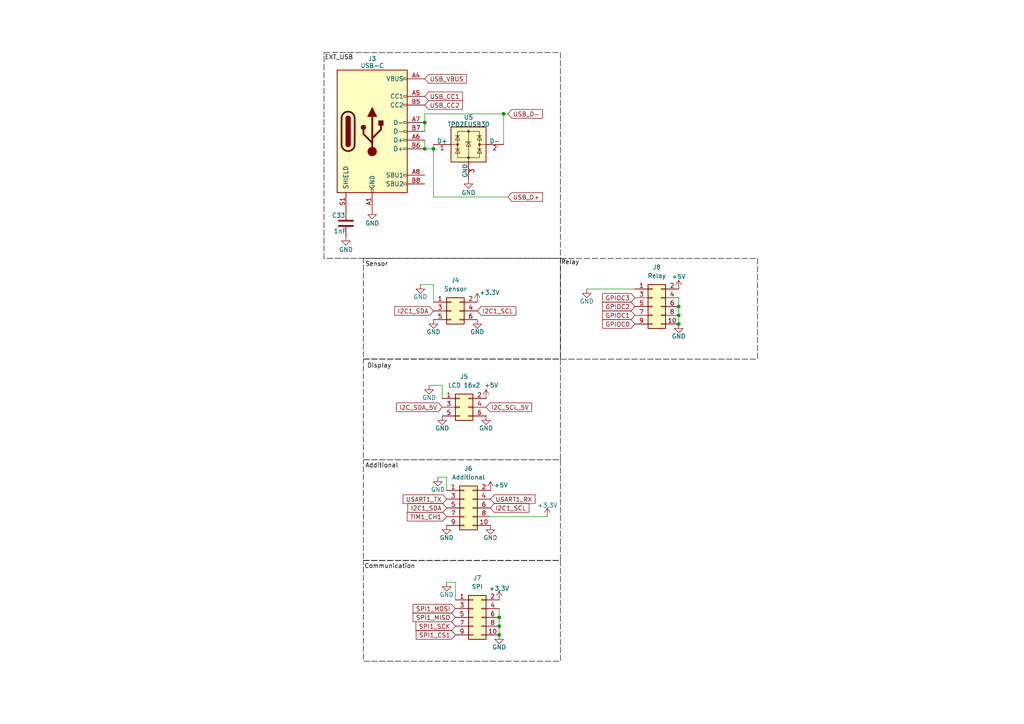
<source format=kicad_sch>
(kicad_sch (version 20250114) (generator "eeschema") (generator_version "9.0")
  (paper "A4")
  (title_block (title "IoT Logger A - Connectors") (date "2026-01-24") (rev "1.0") (company "Piotr Kłyś"))
  (lib_symbols
    (symbol "Connector:USB_C_Receptacle_USB2.0_16P" (pin_names (offset 1.016))
      (property "Reference" "J" (at 0 22.225 0))
      (property "Value" "USB_C_Receptacle_USB2.0_16P" (at 0 19.685 0))
      (symbol "USB_C_Receptacle_USB2.0_16P_0_0"
        (rectangle (start -0.254 -17.78) (end 0.254 -16.764))
        (rectangle (start 10.16 15.494) (end 9.144 14.986))
        (rectangle (start 10.16 10.414) (end 9.144 9.906))
        (rectangle (start 10.16 7.874) (end 9.144 7.366))
        (rectangle (start 10.16 2.794) (end 9.144 2.286))
        (rectangle (start 10.16 0.254) (end 9.144 -0.254))
        (rectangle (start 10.16 -2.286) (end 9.144 -2.794))
        (rectangle (start 10.16 -4.826) (end 9.144 -5.334))
        (rectangle (start 10.16 -12.446) (end 9.144 -12.954))
        (rectangle (start 10.16 -14.986) (end 9.144 -15.494))
      )
      (symbol "USB_C_Receptacle_USB2.0_16P_0_1"
        (rectangle (start -10.16 17.78) (end 10.16 -17.78) (stroke (width 0.254)) (fill (type background)))
        (polyline (pts (xy -8.89 -3.81) (xy -8.89 3.81)) (stroke (width 0.508)))
        (rectangle (start -7.62 -3.81) (end -6.35 3.81) (stroke (width 0.254)) (fill (type outline)))
        (arc (start -7.62 3.81) (mid -6.985 4.4423) (end -6.35 3.81) (stroke (width 0.254)))
        (arc (start -7.62 3.81) (mid -6.985 4.4423) (end -6.35 3.81) (stroke (width 0.254)) (fill (type outline)))
        (arc (start -8.89 3.81) (mid -6.985 5.7067) (end -5.08 3.81) (stroke (width 0.508)))
        (arc (start -5.08 -3.81) (mid -6.985 -5.7067) (end -8.89 -3.81) (stroke (width 0.508)))
        (arc (start -6.35 -3.81) (mid -6.985 -4.4423) (end -7.62 -3.81) (stroke (width 0.254)))
        (arc (start -6.35 -3.81) (mid -6.985 -4.4423) (end -7.62 -3.81) (stroke (width 0.254)) (fill (type outline)))
        (polyline (pts (xy -5.08 3.81) (xy -5.08 -3.81)) (stroke (width 0.508)))
        (circle (center -2.54 1.143) (radius 0.635) (stroke (width 0.254)) (fill (type outline)))
        (polyline (pts (xy -1.27 4.318) (xy 0 6.858) (xy 1.27 4.318) (xy -1.27 4.318)) (stroke (width 0.254)) (fill (type outline)))
        (polyline (pts (xy 0 -2.032) (xy 2.54 0.508) (xy 2.54 1.778)) (stroke (width 0.508)))
        (polyline (pts (xy 0 -3.302) (xy -2.54 -0.762) (xy -2.54 0.508)) (stroke (width 0.508)))
        (polyline (pts (xy 0 -5.842) (xy 0 4.318)) (stroke (width 0.508)))
        (circle (center 0 -5.842) (radius 1.27) (fill (type outline)))
        (rectangle (start 1.905 1.778) (end 3.175 3.048) (stroke (width 0.254)) (fill (type outline)))
      )
      (symbol "USB_C_Receptacle_USB2.0_16P_1_1"
        (pin passive line (at -7.62 -22.86 90) (length 5.08) (name "SHIELD") (number "S1"))
        (pin passive line (at 0 -22.86 90) (length 5.08) (name "GND") (number "A1"))
        (pin passive line (at 0 -22.86 90) (length 5.08) (hide yes) (name "GND") (number "A12"))
        (pin passive line (at 0 -22.86 90) (length 5.08) (hide yes) (name "GND") (number "B1"))
        (pin passive line (at 0 -22.86 90) (length 5.08) (hide yes) (name "GND") (number "B12"))
        (pin passive line (at 15.24 15.24 180) (length 5.08) (name "VBUS") (number "A4"))
        (pin passive line (at 15.24 15.24 180) (length 5.08) (hide yes) (name "VBUS") (number "A9"))
        (pin passive line (at 15.24 15.24 180) (length 5.08) (hide yes) (name "VBUS") (number "B4"))
        (pin passive line (at 15.24 15.24 180) (length 5.08) (hide yes) (name "VBUS") (number "B9"))
        (pin bidirectional line (at 15.24 10.16 180) (length 5.08) (name "CC1") (number "A5"))
        (pin bidirectional line (at 15.24 7.62 180) (length 5.08) (name "CC2") (number "B5"))
        (pin bidirectional line (at 15.24 2.54 180) (length 5.08) (name "D-") (number "A7"))
        (pin bidirectional line (at 15.24 0 180) (length 5.08) (name "D-") (number "B7"))
        (pin bidirectional line (at 15.24 -2.54 180) (length 5.08) (name "D+") (number "A6"))
        (pin bidirectional line (at 15.24 -5.08 180) (length 5.08) (name "D+") (number "B6"))
        (pin bidirectional line (at 15.24 -12.7 180) (length 5.08) (name "SBU1") (number "A8"))
        (pin bidirectional line (at 15.24 -15.24 180) (length 5.08) (name "SBU2") (number "B8"))
      )
    )
    (symbol "Connector_Generic:Conn_02x03_Odd_Even" (pin_names (offset 1.016) (hide yes))
      (property "Reference" "J" (at 1.27 5.08 0))
      (property "Value" "Conn_02x03_Odd_Even" (at 1.27 -5.08 0))
      (symbol "Conn_02x03_Odd_Even_1_1"
        (rectangle (start -1.27 3.81) (end 3.81 -3.81) (stroke (width 0.254)) (fill (type background)))
        (rectangle (start -1.27 2.667) (end 0 2.413) (stroke (width 0.1524)))
        (rectangle (start -1.27 0.127) (end 0 -0.127) (stroke (width 0.1524)))
        (rectangle (start -1.27 -2.413) (end 0 -2.667) (stroke (width 0.1524)))
        (rectangle (start 3.81 2.667) (end 2.54 2.413) (stroke (width 0.1524)))
        (rectangle (start 3.81 0.127) (end 2.54 -0.127) (stroke (width 0.1524)))
        (rectangle (start 3.81 -2.413) (end 2.54 -2.667) (stroke (width 0.1524)))
        (pin passive line (at -5.08 2.54 0) (length 3.81) (name "Pin_1") (number "1"))
        (pin passive line (at -5.08 0 0) (length 3.81) (name "Pin_3") (number "3"))
        (pin passive line (at -5.08 -2.54 0) (length 3.81) (name "Pin_5") (number "5"))
        (pin passive line (at 7.62 2.54 180) (length 3.81) (name "Pin_2") (number "2"))
        (pin passive line (at 7.62 0 180) (length 3.81) (name "Pin_4") (number "4"))
        (pin passive line (at 7.62 -2.54 180) (length 3.81) (name "Pin_6") (number "6"))
      )
    )
    (symbol "Connector_Generic:Conn_02x05_Odd_Even" (pin_names (offset 1.016) (hide yes))
      (property "Reference" "J" (at 1.27 7.62 0))
      (property "Value" "Conn_02x05_Odd_Even" (at 1.27 -7.62 0))
      (symbol "Conn_02x05_Odd_Even_1_1"
        (rectangle (start -1.27 6.35) (end 3.81 -6.35) (stroke (width 0.254)) (fill (type background)))
        (rectangle (start -1.27 5.207) (end 0 4.953) (stroke (width 0.1524)))
        (rectangle (start -1.27 2.667) (end 0 2.413) (stroke (width 0.1524)))
        (rectangle (start -1.27 0.127) (end 0 -0.127) (stroke (width 0.1524)))
        (rectangle (start -1.27 -2.413) (end 0 -2.667) (stroke (width 0.1524)))
        (rectangle (start -1.27 -4.953) (end 0 -5.207) (stroke (width 0.1524)))
        (rectangle (start 3.81 5.207) (end 2.54 4.953) (stroke (width 0.1524)))
        (rectangle (start 3.81 2.667) (end 2.54 2.413) (stroke (width 0.1524)))
        (rectangle (start 3.81 0.127) (end 2.54 -0.127) (stroke (width 0.1524)))
        (rectangle (start 3.81 -2.413) (end 2.54 -2.667) (stroke (width 0.1524)))
        (rectangle (start 3.81 -4.953) (end 2.54 -5.207) (stroke (width 0.1524)))
        (pin passive line (at -5.08 5.08 0) (length 3.81) (name "Pin_1") (number "1"))
        (pin passive line (at -5.08 2.54 0) (length 3.81) (name "Pin_3") (number "3"))
        (pin passive line (at -5.08 0 0) (length 3.81) (name "Pin_5") (number "5"))
        (pin passive line (at -5.08 -2.54 0) (length 3.81) (name "Pin_7") (number "7"))
        (pin passive line (at -5.08 -5.08 0) (length 3.81) (name "Pin_9") (number "9"))
        (pin passive line (at 7.62 5.08 180) (length 3.81) (name "Pin_2") (number "2"))
        (pin passive line (at 7.62 2.54 180) (length 3.81) (name "Pin_4") (number "4"))
        (pin passive line (at 7.62 0 180) (length 3.81) (name "Pin_6") (number "6"))
        (pin passive line (at 7.62 -2.54 180) (length 3.81) (name "Pin_8") (number "8"))
        (pin passive line (at 7.62 -5.08 180) (length 3.81) (name "Pin_10") (number "10"))
      )
    )
    (symbol "Device:C" (pin_numbers (hide yes)) (pin_names (offset 0.254))
      (property "Reference" "C" (at 0.635 2.54 0))
      (property "Value" "C" (at 0.635 -2.54 0))
      (symbol "C_0_1"
        (polyline (pts (xy -2.032 0.762) (xy 2.032 0.762)) (stroke (width 0.508)))
        (polyline (pts (xy -2.032 -0.762) (xy 2.032 -0.762)) (stroke (width 0.508)))
      )
      (symbol "C_1_1"
        (pin passive line (at 0 3.81 270) (length 2.794) (name "~") (number "1"))
        (pin passive line (at 0 -3.81 90) (length 2.794) (name "~") (number "2"))
      )
    )
    (symbol "Power_Protection:TPD2EUSB30" (pin_names (offset 0))
      (property "Reference" "U" (at 0 6.35 0))
      (property "Value" "TPD2EUSB30" (at 7.62 -7.62 0))
      (symbol "TPD2EUSB30_0_1"
        (rectangle (start -5.08 5.08) (end 5.08 -5.08) (stroke (width 0.254)) (fill (type background)))
        (polyline (pts (xy -5.08 0) (xy -3.175 0)))
        (polyline (pts (xy -3.81 2.54) (xy -2.54 2.54)))
        (polyline (pts (xy -3.81 -1.27) (xy -2.54 -1.27)))
        (rectangle (start -3.175 3.81) (end 3.175 -3.81))
        (circle (center -3.175 0) (radius 0.2794) (fill (type outline)))
        (polyline (pts (xy -2.54 1.27) (xy -3.81 1.27) (xy -3.175 2.54) (xy -2.54 1.27)))
        (polyline (pts (xy -2.54 -2.54) (xy -3.81 -2.54) (xy -3.175 -1.27) (xy -2.54 -2.54)))
        (circle (center 0 3.81) (radius 0.2794) (fill (type outline)))
        (polyline (pts (xy 0 3.81) (xy 0 -5.08)))
        (circle (center 0 -3.81) (radius 0.2794) (fill (type outline)))
        (polyline (pts (xy 0.635 -0.508) (xy -0.635 -0.508) (xy 0 0.762) (xy 0.635 -0.508)))
        (polyline (pts (xy 0.762 0.762) (xy -0.762 0.762) (xy -0.762 0.508)))
        (polyline (pts (xy 2.54 2.54) (xy 3.81 2.54)))
        (polyline (pts (xy 2.54 -1.27) (xy 3.81 -1.27)))
        (circle (center 3.175 0) (radius 0.2794) (fill (type outline)))
        (polyline (pts (xy 3.81 1.27) (xy 2.54 1.27) (xy 3.175 2.54) (xy 3.81 1.27)))
        (polyline (pts (xy 3.81 -2.54) (xy 2.54 -2.54) (xy 3.175 -1.27) (xy 3.81 -2.54)))
        (polyline (pts (xy 5.08 0) (xy 3.175 0)))
      )
      (symbol "TPD2EUSB30_1_1"
        (pin passive line (at -10.16 0 0) (length 5.08) (name "D+") (number "1"))
        (pin passive line (at 0 -10.16 90) (length 5.08) (name "GND") (number "3"))
        (pin passive line (at 10.16 0 180) (length 5.08) (name "D-") (number "2"))
      )
    )
    (symbol "power:+3.3V" (power) (pin_numbers (hide yes)) (pin_names (offset 0) (hide yes))
      (property "Value" "+3.3V" (at 0 3.556 0))
      (symbol "+3.3V_0_1"
        (polyline (pts (xy -0.762 1.27) (xy 0 2.54)))
        (polyline (pts (xy 0 2.54) (xy 0.762 1.27)))
        (polyline (pts (xy 0 0) (xy 0 2.54)))
      )
      (symbol "+3.3V_1_1"
        (pin power_in line (at 0 0 90) (length 0) (name "~") (number "1"))
      )
    )
    (symbol "power:+5V" (power) (pin_numbers (hide yes)) (pin_names (offset 0) (hide yes))
      (property "Value" "+5V" (at 0 3.556 0))
      (symbol "+5V_0_1"
        (polyline (pts (xy -0.762 1.27) (xy 0 2.54)))
        (polyline (pts (xy 0 2.54) (xy 0.762 1.27)))
        (polyline (pts (xy 0 0) (xy 0 2.54)))
      )
      (symbol "+5V_1_1"
        (pin power_in line (at 0 0 90) (length 0) (name "~") (number "1"))
      )
    )
    (symbol "power:GND" (power) (pin_numbers (hide yes)) (pin_names (offset 0) (hide yes))
      (property "Value" "GND" (at 0 -3.81 0))
      (symbol "GND_0_1"
        (polyline (pts (xy 0 0) (xy 0 -1.27) (xy 1.27 -1.27) (xy 0 -2.54) (xy -1.27 -1.27) (xy 0 -1.27)))
      )
      (symbol "GND_1_1"
        (pin power_in line (at 0 0 270) (length 0) (name "~") (number "1"))
      )
    )
  )
  (rectangle (start 105.41 133.35) (end 162.56 162.56) (stroke (width 0) (type dash) (color 0 0 0 1)))
  (rectangle (start 105.41 104.14) (end 162.56 133.35) (stroke (width 0) (type dash) (color 0 0 0 1)))
  (rectangle (start 162.5599 74.9536) (end 219.7099 104.1636) (stroke (width 0) (type dash) (color 0 0 0 1)))
  (rectangle (start 105.41 162.56) (end 162.56 191.77) (stroke (width 0) (type dash) (color 0 0 0 1)))
  (rectangle (start 93.98 15.24) (end 162.56 74.93) (stroke (width 0) (type dash) (color 0 0 0 1)))
  (rectangle (start 105.41 74.93) (end 162.56 104.14) (stroke (width 0) (type dash) (color 0 0 0 1)))
  (text "EXT_USB" (at 98.298 16.764 0) (effects (font (size 1.27 1.27))))
  (text "Additional" (at 110.744 135.128 0) (effects (font (size 1.27 1.27))))
  (text "Sensor " (at 109.728 76.708 0) (effects (font (size 1.27 1.27))))
  (text "Relay" (at 165.354 76.2 0) (effects (font (size 1.27 1.27))))
  (text "Display" (at 109.982 106.172 0) (effects (font (size 1.27 1.27))))
  (text "Communication" (at 113.03 164.338 0) (effects (font (size 1.27 1.27))))
  (junction (at 196.85 88.9))
  (junction (at 144.78 179.07))
  (junction (at 123.19 43.18))
  (junction (at 144.78 184.15))
  (junction (at 196.85 93.98))
  (junction (at 125.73 43.18))
  (junction (at 146.05 33.02))
  (junction (at 196.85 91.44))
  (junction (at 144.78 181.61))
  (junction (at 123.19 35.56))
  (wire (pts (xy 129.54 138.43) (xy 127 138.43)))
  (wire (pts (xy 125.73 82.55) (xy 121.92 82.55)))
  (wire (pts (xy 146.05 33.02) (xy 123.19 33.02)))
  (wire (pts (xy 147.32 33.02) (xy 146.05 33.02)))
  (wire (pts (xy 146.05 33.02) (xy 146.05 41.91)))
  (wire (pts (xy 128.27 111.76) (xy 124.46 111.76)))
  (wire (pts (xy 196.85 86.36) (xy 196.85 88.9)))
  (wire (pts (xy 128.27 115.57) (xy 128.27 111.76)))
  (wire (pts (xy 170.18 83.82) (xy 184.15 83.82)))
  (wire (pts (xy 196.85 88.9) (xy 196.85 91.44)))
  (wire (pts (xy 132.08 168.91) (xy 132.08 173.99)))
  (wire (pts (xy 144.78 179.07) (xy 144.78 181.61)))
  (wire (pts (xy 142.24 149.86) (xy 158.75 149.86)))
  (wire (pts (xy 123.19 33.02) (xy 123.19 35.56)))
  (wire (pts (xy 125.73 43.18) (xy 125.73 57.15)))
  (wire (pts (xy 147.32 57.15) (xy 125.73 57.15)))
  (wire (pts (xy 129.54 142.24) (xy 129.54 138.43)))
  (wire (pts (xy 123.19 40.64) (xy 123.19 43.18)))
  (wire (pts (xy 123.19 35.56) (xy 123.19 38.1)))
  (wire (pts (xy 144.78 176.53) (xy 144.78 179.07)))
  (wire (pts (xy 125.73 43.18) (xy 123.19 43.18)))
  (wire (pts (xy 196.85 91.44) (xy 196.85 93.98)))
  (wire (pts (xy 129.54 168.91) (xy 132.08 168.91)))
  (wire (pts (xy 125.73 41.91) (xy 125.73 43.18)))
  (wire (pts (xy 144.78 181.61) (xy 144.78 184.15)))
  (wire (pts (xy 125.73 87.63) (xy 125.73 82.55)))
  (global_label "I2C1_SCL" (shape input) (at 138.43 90.17 0) (property "Intersheetrefs" "${INTERSHEET_REFS}" (effects (hide yes))))
  (global_label "USB_D+" (shape input) (at 147.32 57.15 0) (property "Intersheetrefs" "${INTERSHEET_REFS}" (effects (hide yes))))
  (global_label "TIM1_CH1" (shape input) (at 129.54 149.86 180) (property "Intersheetrefs" "${INTERSHEET_REFS}" (effects (hide yes))))
  (global_label "USB_VBUS" (shape input) (at 123.19 22.86 0) (property "Intersheetrefs" "${INTERSHEET_REFS}" (effects (hide yes))))
  (global_label "GPIOC2" (shape input) (at 184.15 88.9 180) (property "Intersheetrefs" "${INTERSHEET_REFS}" (effects (hide yes))))
  (global_label "I2C1_SDA" (shape input) (at 125.73 90.17 180) (property "Intersheetrefs" "${INTERSHEET_REFS}" (effects (hide yes))))
  (global_label "USB_D-" (shape input) (at 147.32 33.02 0) (property "Intersheetrefs" "${INTERSHEET_REFS}" (effects (hide yes))))
  (global_label "I2C1_SCL" (shape input) (at 142.24 147.32 0) (property "Intersheetrefs" "${INTERSHEET_REFS}" (effects (hide yes))))
  (global_label "USART1_TX" (shape input) (at 129.54 144.78 180) (property "Intersheetrefs" "${INTERSHEET_REFS}" (effects (hide yes))))
  (global_label "SPI1_MOSI" (shape input) (at 132.08 176.53 180) (property "Intersheetrefs" "${INTERSHEET_REFS}" (effects (hide yes))))
  (global_label "SPI1_CS1" (shape input) (at 132.08 184.15 180) (property "Intersheetrefs" "${INTERSHEET_REFS}" (effects (hide yes))))
  (global_label "GPIOC1" (shape input) (at 184.15 91.44 180) (property "Intersheetrefs" "${INTERSHEET_REFS}" (effects (hide yes))))
  (global_label "GPIOC3" (shape input) (at 184.15 86.36 180) (property "Intersheetrefs" "${INTERSHEET_REFS}" (effects (hide yes))))
  (global_label "USB_CC1" (shape input) (at 123.19 27.94 0) (property "Intersheetrefs" "${INTERSHEET_REFS}" (effects (hide yes))))
  (global_label "GPIOC0" (shape input) (at 184.15 93.98 180) (property "Intersheetrefs" "${INTERSHEET_REFS}" (effects (hide yes))))
  (global_label "USB_CC2" (shape input) (at 123.19 30.48 0) (property "Intersheetrefs" "${INTERSHEET_REFS}" (effects (hide yes))))
  (global_label "USART1_RX" (shape input) (at 142.24 144.78 0) (property "Intersheetrefs" "${INTERSHEET_REFS}" (effects (hide yes))))
  (global_label "I2C_SCL_5V" (shape input) (at 140.97 118.11 0) (property "Intersheetrefs" "${INTERSHEET_REFS}" (effects (hide yes))))
  (global_label "SPI1_MISO" (shape input) (at 132.08 179.07 180) (property "Intersheetrefs" "${INTERSHEET_REFS}" (effects (hide yes))))
  (global_label "I2C_SDA_5V" (shape input) (at 128.27 118.11 180) (property "Intersheetrefs" "${INTERSHEET_REFS}" (effects (hide yes))))
  (global_label "SPI1_SCK" (shape input) (at 132.08 181.61 180) (property "Intersheetrefs" "${INTERSHEET_REFS}" (effects (hide yes))))
  (global_label "I2C1_SDA" (shape input) (at 129.54 147.32 180) (property "Intersheetrefs" "${INTERSHEET_REFS}" (effects (hide yes))))
  (symbol (lib_id "power:GND") (at 170.18 83.82 0) (unit 1)
    (property "Reference" "#PWR085" (effects (hide yes)))
    (property "Value" "GND" (at 170.18 87.376 0))
    (property "Description" "Power symbol creates a global label with name \"GND\" , ground" (effects (hide yes)))
  )
  (symbol (lib_id "power:+3.3V") (at 140.97 115.57 0) (unit 1)
    (property "Reference" "#PWR078" (effects (hide yes)))
    (property "Value" "+5V" (at 142.494 111.76 0))
    (property "Description" "Power symbol creates a global label with name \"+3.3V\"" (effects (hide yes)))
  )
  (symbol (lib_id "power:GND") (at 127 138.43 0) (unit 1)
    (property "Reference" "#PWR072" (effects (hide yes)))
    (property "Value" "GND" (at 127 141.986 0))
    (property "Description" "Power symbol creates a global label with name \"GND\" , ground" (effects (hide yes)))
  )
  (symbol (lib_id "power:+3.3V") (at 144.78 173.99 0) (unit 1)
    (property "Reference" "#PWR082" (effects (hide yes)))
    (property "Value" "+3.3V" (at 144.78 170.688 0))
    (property "Description" "Power symbol creates a global label with name \"+3.3V\"" (effects (hide yes)))
  )
  (symbol (lib_id "power:+3.3V") (at 158.75 149.86 0) (unit 1)
    (property "Reference" "#PWR084" (effects (hide yes)))
    (property "Value" "+3.3V" (at 158.75 146.558 0))
    (property "Description" "Power symbol creates a global label with name \"+3.3V\"" (effects (hide yes)))
  )
  (symbol (lib_id "power:GND") (at 100.33 68.58 0) (unit 1)
    (property "Reference" "#PWR068" (effects (hide yes)))
    (property "Value" "GND" (at 100.33 72.39 0))
    (property "Description" "Power symbol creates a global label with name \"GND\" , ground" (effects (hide yes)))
  )
  (symbol (lib_id "power:GND") (at 107.95 60.96 0) (unit 1)
    (property "Reference" "#PWR069" (effects (hide yes)))
    (property "Value" "GND" (at 107.95 64.77 0))
    (property "Description" "Power symbol creates a global label with name \"GND\" , ground" (effects (hide yes)))
  )
  (symbol (lib_id "power:GND") (at 140.97 120.65 0) (unit 1)
    (property "Reference" "#PWR079" (effects (hide yes)))
    (property "Value" "GND" (at 140.97 124.206 0))
    (property "Description" "Power symbol creates a global label with name \"GND\" , ground" (effects (hide yes)))
  )
  (symbol (lib_id "power:GND") (at 124.46 111.76 0) (unit 1)
    (property "Reference" "#PWR071" (effects (hide yes)))
    (property "Value" "GND" (at 124.46 115.316 0))
    (property "Description" "Power symbol creates a global label with name \"GND\" , ground" (effects (hide yes)))
  )
  (symbol (lib_id "power:GND") (at 129.54 152.4 0) (unit 1)
    (property "Reference" "#PWR073" (effects (hide yes)))
    (property "Value" "GND" (at 129.54 155.956 0))
    (property "Description" "Power symbol creates a global label with name \"GND\" , ground" (effects (hide yes)))
  )
  (symbol (lib_id "power:GND") (at 128.27 120.65 0) (unit 1)
    (property "Reference" "#PWR089" (effects (hide yes)))
    (property "Value" "GND" (at 128.27 124.206 0))
    (property "Description" "Power symbol creates a global label with name \"GND\" , ground" (effects (hide yes)))
  )
  (symbol (lib_id "power:GND") (at 125.73 92.71 0) (unit 1)
    (property "Reference" "#PWR088" (effects (hide yes)))
    (property "Value" "GND" (at 125.73 96.266 0))
    (property "Description" "Power symbol creates a global label with name \"GND\" , ground" (effects (hide yes)))
  )
  (symbol (lib_id "Connector_Generic:Conn_02x05_Odd_Even") (at 189.23 88.9 0) (unit 1)
    (property "Reference" "J8" (at 190.5 77.47 0))
    (property "Value" "Relay" (at 190.5 80.01 0))
    (property "Footprint" "Connector_IDC:IDC-Header_2x05_P2.54mm_Vertical" (effects (hide yes)))
    (property "Description" "Generic connector, double row, 02x05, odd/even pin numbering scheme (row 1 odd numbers, row 2 even numbers), script generated (kicad-library-utils/schlib/autogen/connector/)" (effects (hide yes)))
  )
  (symbol (lib_id "power:GND") (at 196.85 93.98 0) (unit 1)
    (property "Reference" "#PWR087" (effects (hide yes)))
    (property "Value" "GND" (at 196.85 97.536 0))
    (property "Description" "Power symbol creates a global label with name \"GND\" , ground" (effects (hide yes)))
  )
  (symbol (lib_id "Connector_Generic:Conn_02x05_Odd_Even") (at 137.16 179.07 0) (unit 1)
    (property "Reference" "J7" (at 138.43 167.64 0))
    (property "Value" "SPI" (at 138.43 170.18 0))
    (property "Footprint" "Connector_IDC:IDC-Header_2x05_P2.54mm_Vertical" (effects (hide yes)))
    (property "Description" "Generic connector, double row, 02x05, odd/even pin numbering scheme (row 1 odd numbers, row 2 even numbers), script generated (kicad-library-utils/schlib/autogen/connector/)" (effects (hide yes)))
  )
  (symbol (lib_id "power:GND") (at 138.43 92.71 0) (unit 1)
    (property "Reference" "#PWR077" (effects (hide yes)))
    (property "Value" "GND" (at 138.43 96.266 0))
    (property "Description" "Power symbol creates a global label with name \"GND\" , ground" (effects (hide yes)))
  )
  (symbol (lib_id "Connector:USB_C_Receptacle_USB2.0_16P") (at 107.95 38.1 0) (unit 1)
    (property "Reference" "J3" (at 107.95 17.018 0))
    (property "Value" "USB-C" (at 107.95 19.05 0))
    (property "Footprint" "Connector_USB:USB_C_Receptacle_GCT_USB4085" (effects (hide yes)))
    (property "Datasheet" "https://www.usb.org/sites/default/files/documents/usb_type-c.zip" (effects (hide yes)))
    (property "Description" "USB 2.0-only 16P Type-C Receptacle connector" (effects (hide yes)))
  )
  (symbol (lib_id "Device:C") (at 100.33 64.77 0) (unit 1)
    (property "Reference" "C33" (at 96.266 62.484 0) (effects (justify left)))
    (property "Value" "1nF" (at 96.774 67.056 0) (effects (justify left)))
    (property "Footprint" "Capacitor_SMD:C_0603_1608Metric" (effects (hide yes)))
    (property "Description" "Unpolarized capacitor" (effects (hide yes)))
  )
  (symbol (lib_id "Connector_Generic:Conn_02x03_Odd_Even") (at 130.81 90.17 0) (unit 1)
    (property "Reference" "J4" (at 132.08 81.28 0))
    (property "Value" "Sensor" (at 132.08 83.82 0))
    (property "Footprint" "Connector_IDC:IDC-Header_2x03_P2.54mm_Vertical" (effects (hide yes)))
    (property "Description" "Generic connector, double row, 02x03, odd/even pin numbering scheme (row 1 odd numbers, row 2 even numbers), script generated (kicad-library-utils/schlib/autogen/connector/)" (effects (hide yes)))
  )
  (symbol (lib_id "Connector_Generic:Conn_02x03_Odd_Even") (at 133.35 118.11 0) (unit 1)
    (property "Reference" "J5" (at 134.62 109.22 0))
    (property "Value" "LCD 16x2" (at 134.62 111.76 0))
    (property "Footprint" "Connector_IDC:IDC-Header_2x03_P2.54mm_Vertical" (effects (hide yes)))
    (property "Description" "Generic connector, double row, 02x03, odd/even pin numbering scheme (row 1 odd numbers, row 2 even numbers), script generated (kicad-library-utils/schlib/autogen/connector/)" (effects (hide yes)))
  )
  (symbol (lib_id "power:GND") (at 129.54 168.91 0) (unit 1)
    (property "Reference" "#PWR074" (effects (hide yes)))
    (property "Value" "GND" (at 129.54 172.466 0))
    (property "Description" "Power symbol creates a global label with name \"GND\" , ground" (effects (hide yes)))
  )
  (symbol (lib_id "Power_Protection:TPD2EUSB30") (at 135.89 41.91 0) (unit 1)
    (property "Reference" "U5" (at 135.89 34.036 0))
    (property "Value" "TPD2EUSB30" (at 135.89 36.068 0))
    (property "Footprint" "Package_TO_SOT_SMD:Texas_DRT-3" (effects (hide yes)))
    (property "Datasheet" "http://www.ti.com/lit/ds/symlink/tpd2eusb30a.pdf" (effects (hide yes)))
    (property "Description" "2-Channel ESD Protection for Super-Speed USB 3.0 Interface, DRT-3" (effects (hide yes)))
  )
  (symbol (lib_id "power:GND") (at 121.92 82.55 0) (unit 1)
    (property "Reference" "#PWR070" (effects (hide yes)))
    (property "Value" "GND" (at 121.92 86.106 0))
    (property "Description" "Power symbol creates a global label with name \"GND\" , ground" (effects (hide yes)))
  )
  (symbol (lib_id "power:GND") (at 142.24 152.4 0) (unit 1)
    (property "Reference" "#PWR081" (effects (hide yes)))
    (property "Value" "GND" (at 142.24 155.956 0))
    (property "Description" "Power symbol creates a global label with name \"GND\" , ground" (effects (hide yes)))
  )
  (symbol (lib_id "power:+5V") (at 142.24 142.24 0) (unit 1)
    (property "Reference" "#PWR080" (effects (hide yes)))
    (property "Value" "+5V" (at 145.288 140.716 0))
    (property "Description" "Power symbol creates a global label with name \"+5V\"" (effects (hide yes)))
  )
  (symbol (lib_id "power:+3.3V") (at 138.43 87.63 0) (unit 1)
    (property "Reference" "#PWR076" (effects (hide yes)))
    (property "Value" "+3.3V" (at 141.986 84.836 0))
    (property "Description" "Power symbol creates a global label with name \"+3.3V\"" (effects (hide yes)))
  )
  (symbol (lib_id "power:+3.3V") (at 196.85 83.82 0) (unit 1)
    (property "Reference" "#PWR086" (effects (hide yes)))
    (property "Value" "+5V" (at 196.85 80.264 0))
    (property "Description" "Power symbol creates a global label with name \"+3.3V\"" (effects (hide yes)))
  )
  (symbol (lib_id "power:GND") (at 135.89 52.07 0) (unit 1)
    (property "Reference" "#PWR075" (effects (hide yes)))
    (property "Value" "GND" (at 135.89 55.88 0))
    (property "Description" "Power symbol creates a global label with name \"GND\" , ground" (effects (hide yes)))
  )
  (symbol (lib_id "power:GND") (at 144.78 184.15 0) (unit 1)
    (property "Reference" "#PWR083" (effects (hide yes)))
    (property "Value" "GND" (at 144.78 187.706 0))
    (property "Description" "Power symbol creates a global label with name \"GND\" , ground" (effects (hide yes)))
  )
  (symbol (lib_id "Connector_Generic:Conn_02x05_Odd_Even") (at 134.62 147.32 0) (unit 1)
    (property "Reference" "J6" (at 135.89 135.89 0))
    (property "Value" "Additional" (at 135.89 138.43 0))
    (property "Footprint" "Connector_IDC:IDC-Header_2x05_P2.54mm_Vertical" (effects (hide yes)))
    (property "Description" "Generic connector, double row, 02x05, odd/even pin numbering scheme (row 1 odd numbers, row 2 even numbers), script generated (kicad-library-utils/schlib/autogen/connector/)" (effects (hide yes)))
  )
)
</source>
